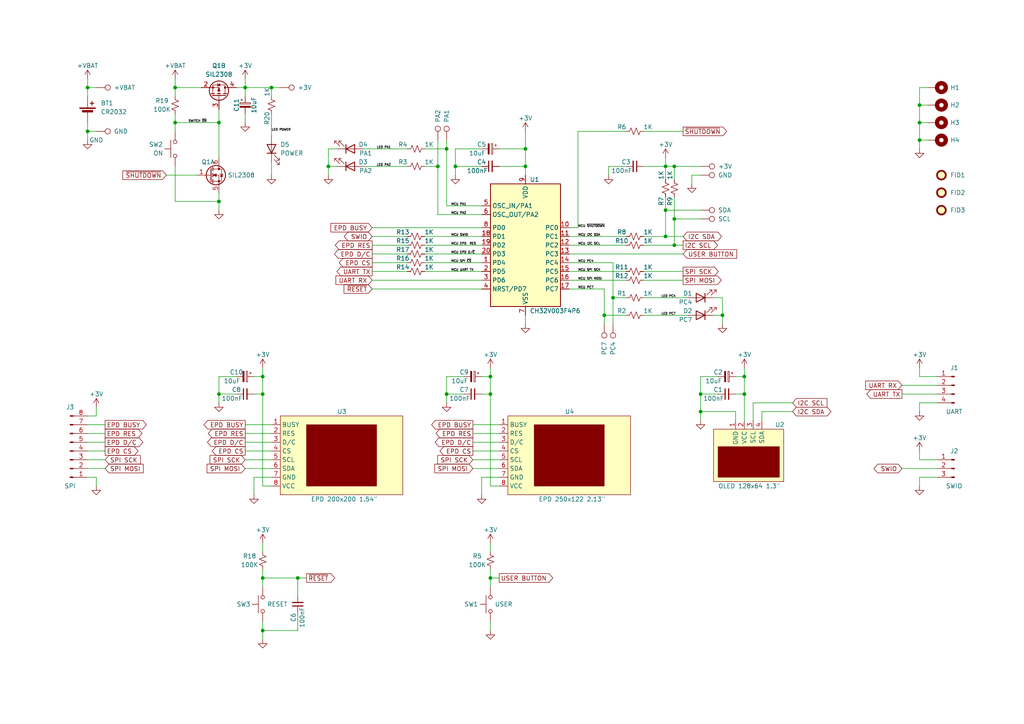
<source format=kicad_sch>
(kicad_sch (version 20231120) (generator "eeschema") (generator_version "8.0")
  (paper "A4")
  (title_block (title "Franzininho Badge 2024") (date "2024-06-01") (rev "00") (company "Eng. André A. M. Araújo"))
  (lib_symbols
    (symbol "Connector:Conn_01x03_Pin" (pin_names (offset 1.016) hide)
      (property "Reference" "J" (at 0 5.08 0))
      (property "Value" "Conn_01x03_Pin" (at 0 -5.08 0))
      (symbol "Conn_01x03_Pin_1_1"
        (pin passive line (at 5.08 2.54 180) (length 3.81) (name "Pin_1") (number "1"))
        (pin passive line (at 5.08 0 180) (length 3.81) (name "Pin_2") (number "2"))
        (pin passive line (at 5.08 -2.54 180) (length 3.81) (name "Pin_3") (number "3"))
      )
    )
    (symbol "Connector:Conn_01x04_Pin" (pin_names (offset 1.016) hide)
      (property "Reference" "J" (at 0 5.08 0))
      (property "Value" "Conn_01x04_Pin" (at 0 -7.62 0))
      (symbol "Conn_01x04_Pin_1_1"
        (pin passive line (at 5.08 2.54 180) (length 3.81) (name "Pin_1") (number "1"))
        (pin passive line (at 5.08 0 180) (length 3.81) (name "Pin_2") (number "2"))
        (pin passive line (at 5.08 -2.54 180) (length 3.81) (name "Pin_3") (number "3"))
        (pin passive line (at 5.08 -5.08 180) (length 3.81) (name "Pin_4") (number "4"))
      )
    )
    (symbol "Connector:Conn_01x08_Pin" (pin_names (offset 1.016) hide)
      (property "Reference" "J" (at 0 10.16 0))
      (property "Value" "Conn_01x08_Pin" (at 0 -12.7 0))
      (symbol "Conn_01x08_Pin_1_1"
        (pin passive line (at 5.08 7.62 180) (length 3.81) (name "Pin_1") (number "1"))
        (pin passive line (at 5.08 5.08 180) (length 3.81) (name "Pin_2") (number "2"))
        (pin passive line (at 5.08 2.54 180) (length 3.81) (name "Pin_3") (number "3"))
        (pin passive line (at 5.08 0 180) (length 3.81) (name "Pin_4") (number "4"))
        (pin passive line (at 5.08 -2.54 180) (length 3.81) (name "Pin_5") (number "5"))
        (pin passive line (at 5.08 -5.08 180) (length 3.81) (name "Pin_6") (number "6"))
        (pin passive line (at 5.08 -7.62 180) (length 3.81) (name "Pin_7") (number "7"))
        (pin passive line (at 5.08 -10.16 180) (length 3.81) (name "Pin_8") (number "8"))
      )
    )
    (symbol "Connector:TestPoint" (pin_numbers hide) (pin_names (offset 0.762) hide)
      (property "Reference" "TP" (at 0 6.858 0))
      (property "Value" "TestPoint" (at 0 5.08 0))
      (symbol "TestPoint_1_1"
        (pin passive line (at 0 0 90) (length 2.54) (name "1") (number "1"))
      )
    )
    (symbol "Device:Battery_Cell" (pin_numbers hide) (pin_names (offset 0) hide)
      (property "Reference" "BT" (at 2.54 2.54 0))
      (property "Value" "Battery_Cell" (at 2.54 0 0))
      (symbol "Battery_Cell_1_1"
        (pin passive line (at 0 5.08 270) (length 2.54) (name "+") (number "1"))
        (pin passive line (at 0 -2.54 90) (length 2.54) (name "-") (number "2"))
      )
    )
    (symbol "Device:C_Polarized_Small" (pin_numbers hide) (pin_names (offset 0.254) hide)
      (property "Reference" "C" (at 0.254 1.778 0))
      (property "Value" "C_Polarized_Small" (at 0.254 -2.032 0))
      (symbol "C_Polarized_Small_1_1"
        (pin passive line (at 0 2.54 270) (length 1.8542) (name "~") (number "1"))
        (pin passive line (at 0 -2.54 90) (length 1.8542) (name "~") (number "2"))
      )
    )
    (symbol "Device:C_Small" (pin_numbers hide) (pin_names (offset 0.254) hide)
      (property "Reference" "C" (at 0.254 1.778 0))
      (property "Value" "C_Small" (at 0.254 -2.032 0))
      (symbol "C_Small_1_1"
        (pin passive line (at 0 2.54 270) (length 2.032) (name "~") (number "1"))
        (pin passive line (at 0 -2.54 90) (length 2.032) (name "~") (number "2"))
      )
    )
    (symbol "Device:LED" (pin_numbers hide) (pin_names (offset 1.016) hide)
      (property "Reference" "D" (at 0 2.54 0))
      (property "Value" "LED" (at 0 -2.54 0))
      (symbol "LED_1_1"
        (pin passive line (at -3.81 0 0) (length 2.54) (name "K") (number "1"))
        (pin passive line (at 3.81 0 180) (length 2.54) (name "A") (number "2"))
      )
    )
    (symbol "Device:R_Small_US" (pin_numbers hide) (pin_names (offset 0.254) hide)
      (property "Reference" "R" (at 0.762 0.508 0))
      (property "Value" "R_Small_US" (at 0.762 -1.016 0))
      (symbol "R_Small_US_1_1"
        (pin passive line (at 0 2.54 270) (length 1.016) (name "~") (number "1"))
        (pin passive line (at 0 -2.54 90) (length 1.016) (name "~") (number "2"))
      )
    )
    (symbol "Franzininho-Badge:EPAPER_1.54in_200x200"
      (property "Reference" "U" (at 0 14.732 0))
      (symbol "EPAPER_1.54in_200x200_1_1"
        (pin output line (at -20.32 8.89 0) (length 2.54) (name "BUSY") (number "1"))
        (pin input line (at -20.32 6.35 0) (length 2.54) (name "RES") (number "2"))
        (pin input line (at -20.32 3.81 0) (length 2.54) (name "D/C") (number "3"))
        (pin input line (at -20.32 1.27 0) (length 2.54) (name "CS") (number "4"))
        (pin input line (at -20.32 -1.27 0) (length 2.54) (name "SCL") (number "5"))
        (pin input line (at -20.32 -3.81 0) (length 2.54) (name "SDA") (number "6"))
        (pin power_out line (at -20.32 -6.35 0) (length 2.54) (name "GND") (number "7"))
        (pin power_in line (at -20.32 -8.89 0) (length 2.54) (name "VCC") (number "8"))
      )
    )
    (symbol "Franzininho-Badge:EPAPER_2.13in_250x122"
      (property "Reference" "U" (at 0 14.732 0))
      (symbol "EPAPER_2.13in_250x122_1_1"
        (pin output line (at -20.32 8.89 0) (length 2.54) (name "BUSY") (number "1"))
        (pin input line (at -20.32 6.35 0) (length 2.54) (name "RES") (number "2"))
        (pin input line (at -20.32 3.81 0) (length 2.54) (name "D/C") (number "3"))
        (pin input line (at -20.32 1.27 0) (length 2.54) (name "CS") (number "4"))
        (pin input line (at -20.32 -1.27 0) (length 2.54) (name "SCL") (number "5"))
        (pin input line (at -20.32 -3.81 0) (length 2.54) (name "SDA") (number "6"))
        (pin power_out line (at -20.32 -6.35 0) (length 2.54) (name "GND") (number "7"))
        (pin power_in line (at -20.32 -8.89 0) (length 2.54) (name "VCC") (number "8"))
      )
    )
    (symbol "Franzininho-Badge:OLED_128x64_1.3{dblquote}"
      (property "Reference" "U" (at -9.652 9.398 0))
      (property "Value" "OLED 128x64 1.3\"" (at -0.254 -9.652 0))
      (symbol "OLED_128x64_1.3{dblquote}_1_1"
        (pin power_out line (at -3.81 10.16 270) (length 2.54) (name "GND") (number "1"))
        (pin power_in line (at -1.27 10.16 270) (length 2.54) (name "VCC") (number "2"))
        (pin input line (at 1.27 10.16 270) (length 2.54) (name "SCL") (number "3"))
        (pin bidirectional line (at 3.81 10.16 270) (length 2.54) (name "SDA") (number "4"))
      )
    )
    (symbol "Franzininho-Badge:SIL2308" (pin_names hide)
      (property "Reference" "Q" (at -3.556 4.826 0))
      (property "Value" "SIL2308" (at 3.048 0 90))
      (symbol "SIL2308_1_1"
        (pin input line (at -6.35 0 0) (length 2.54) (name "G1") (number "1"))
        (pin passive line (at 0 -5.08 90) (length 2.54) (name "S1") (number "5"))
        (pin passive line (at 0 5.08 270) (length 2.54) (name "D1") (number "6"))
      )
      (symbol "SIL2308_2_1"
        (pin passive line (at 0 -5.08 90) (length 2.54) (name "S2") (number "2"))
        (pin input line (at -6.35 0 0) (length 2.54) (name "G2") (number "3"))
        (pin passive line (at 0 5.08 270) (length 2.54) (name "D2") (number "4"))
      )
    )
    (symbol "Mechanical:Fiducial"
      (property "Reference" "FID" (at 0 5.08 0))
      (property "Value" "Fiducial" (at 0 3.175 0))
    )
    (symbol "Mechanical:MountingHole_Pad" (pin_numbers hide) (pin_names (offset 1.016) hide)
      (property "Reference" "H" (at 0 6.35 0))
      (property "Value" "MountingHole_Pad" (at 0 4.445 0))
      (symbol "MountingHole_Pad_1_1"
        (pin input line (at 0 -2.54 90) (length 2.54) (name "1") (number "1"))
      )
    )
    (symbol "SIL2308_1" (pin_names hide)
      (property "Reference" "Q" (at -3.556 4.826 0))
      (property "Value" "SIL2308" (at 3.048 0 90))
      (symbol "SIL2308_1_1_1"
        (pin input line (at -6.35 0 0) (length 2.54) (name "G1") (number "1"))
        (pin passive line (at 0 -5.08 90) (length 2.54) (name "S1") (number "5"))
        (pin passive line (at 0 5.08 270) (length 2.54) (name "D1") (number "6"))
      )
      (symbol "SIL2308_1_2_1"
        (pin passive line (at 0 -5.08 90) (length 2.54) (name "S2") (number "2"))
        (pin input line (at -6.35 0 0) (length 2.54) (name "G2") (number "3"))
        (pin passive line (at 0 5.08 270) (length 2.54) (name "D2") (number "4"))
      )
    )
    (symbol "Switch:SW_Push" (pin_numbers hide) (pin_names (offset 1.016) hide)
      (property "Reference" "SW" (at 1.27 2.54 0))
      (property "Value" "SW_Push" (at 0 -1.524 0))
      (symbol "SW_Push_0_1"
        (pin passive line (at -5.08 0 0) (length 2.54) (name "1") (number "1"))
        (pin passive line (at 5.08 0 180) (length 2.54) (name "2") (number "2"))
      )
    )
    (symbol "power:+3V3" (power) (pin_names (offset 0))
      (property "Value" "+3V3" (at 0 3.556 0))
      (symbol "+3V3_1_1"
        (pin power_in line (at 0 0 90) (length 0) hide (name "+3V3") (number "1"))
      )
    )
    (symbol "power:GND" (power) (pin_names (offset 0))
      (property "Value" "GND" (at 0 -3.81 0))
      (symbol "GND_1_1"
        (pin power_in line (at 0 0 270) (length 0) hide (name "GND") (number "1"))
      )
    )
    (symbol "wch_mcu:CH32V003F4P6"
      (property "Reference" "U" (at 15.24 -24.13 0))
      (property "Value" "CH32V003F4P6" (at 16.51 -21.59 0))
      (symbol "CH32V003F4P6_1_1"
        (pin bidirectional line (at -12.7 -5.08 0) (length 2.54) (name "PD4") (number "1"))
        (pin bidirectional line (at 12.7 5.08 180) (length 2.54) (name "PC0") (number "10"))
        (pin bidirectional line (at 12.7 2.54 180) (length 2.54) (name "PC1") (number "11"))
        (pin bidirectional line (at 12.7 0 180) (length 2.54) (name "PC2") (number "12"))
        (pin bidirectional line (at 12.7 -2.54 180) (length 2.54) (name "PC3") (number "13"))
        (pin bidirectional line (at 12.7 -5.08 180) (length 2.54) (name "PC4") (number "14"))
        (pin bidirectional line (at 12.7 -7.62 180) (length 2.54) (name "PC5") (number "15"))
        (pin bidirectional line (at 12.7 -10.16 180) (length 2.54) (name "PC6") (number "16"))
        (pin bidirectional line (at 12.7 -12.7 180) (length 2.54) (name "PC7") (number "17"))
        (pin bidirectional line (at -12.7 2.54 0) (length 2.54) (name "PD1") (number "18"))
        (pin bidirectional line (at -12.7 0 0) (length 2.54) (name "PD2") (number "19"))
        (pin bidirectional line (at -12.7 -7.62 0) (length 2.54) (name "PD5") (number "2"))
        (pin bidirectional line (at -12.7 -2.54 0) (length 2.54) (name "PD3") (number "20"))
        (pin bidirectional line (at -12.7 -10.16 0) (length 2.54) (name "PD6") (number "3"))
        (pin input line (at -12.7 -12.7 0) (length 2.54) (name "NRST/PD7") (number "4"))
        (pin input line (at -12.7 11.43 0) (length 2.54) (name "OSC_IN/PA1") (number "5"))
        (pin input line (at -12.7 8.89 0) (length 2.54) (name "OSC_OUT/PA2") (number "6"))
        (pin power_in line (at 0 -20.32 90) (length 2.54) (name "VSS") (number "7"))
        (pin bidirectional line (at -12.7 5.08 0) (length 2.54) (name "PD0") (number "8"))
        (pin power_in line (at 0 20.32 270) (length 2.54) (name "VDD") (number "9"))
      )
    )
  )
  (junction (at 142.24 109.22))
  (junction (at 266.7 40.64))
  (junction (at 76.2 109.22))
  (junction (at 193.04 48.26))
  (junction (at 50.8 25.4))
  (junction (at 76.2 167.64))
  (junction (at 195.58 71.12))
  (junction (at 50.8 35.56))
  (junction (at 215.9 114.3))
  (junction (at 63.5 35.56))
  (junction (at 76.2 114.3))
  (junction (at 195.58 63.5))
  (junction (at 266.7 30.48))
  (junction (at 86.36 167.64))
  (junction (at 132.08 48.26))
  (junction (at 76.2 182.88))
  (junction (at 215.9 109.22))
  (junction (at 152.4 43.18))
  (junction (at 193.04 68.58))
  (junction (at 142.24 167.64))
  (junction (at 129.54 43.18))
  (junction (at 175.26 91.44))
  (junction (at 177.8 86.36))
  (junction (at 95.25 48.26))
  (junction (at 195.58 48.26))
  (junction (at 71.12 25.4))
  (junction (at 129.54 114.3))
  (junction (at 78.74 25.4))
  (junction (at 25.4 38.1))
  (junction (at 266.7 35.56))
  (junction (at 209.55 91.44))
  (junction (at 63.5 58.42))
  (junction (at 142.24 114.3))
  (junction (at 25.4 25.4))
  (junction (at 127 48.26))
  (junction (at 63.5 114.3))
  (junction (at 152.4 48.26))
  (junction (at 203.2 119.38))
  (junction (at 203.2 114.3))
  (junction (at 193.04 60.96))
  (wire (pts (xy 50.8 33.02) (xy 50.8 35.56)))
  (wire (pts (xy 50.8 58.42) (xy 63.5 58.42)))
  (wire (pts (xy 215.9 106.68) (xy 215.9 109.22)))
  (wire (pts (xy 203.2 109.22) (xy 203.2 114.3)))
  (wire (pts (xy 123.19 78.74) (xy 139.7 78.74)))
  (wire (pts (xy 220.98 119.38) (xy 220.98 121.92)))
  (wire (pts (xy 107.95 73.66) (xy 118.11 73.66)))
  (wire (pts (xy 271.78 116.84) (xy 266.7 116.84)))
  (wire (pts (xy 142.24 167.64) (xy 142.24 170.18)))
  (wire (pts (xy 271.78 109.22) (xy 266.7 109.22)))
  (wire (pts (xy 193.04 48.26) (xy 195.58 48.26)))
  (wire (pts (xy 203.2 119.38) (xy 203.2 121.92)))
  (wire (pts (xy 71.12 125.73) (xy 78.74 125.73)))
  (wire (pts (xy 195.58 57.15) (xy 195.58 63.5)))
  (wire (pts (xy 78.74 25.4) (xy 81.28 25.4)))
  (wire (pts (xy 123.19 43.18) (xy 129.54 43.18)))
  (wire (pts (xy 215.9 114.3) (xy 215.9 121.92)))
  (wire (pts (xy 209.55 91.44) (xy 209.55 93.98)))
  (wire (pts (xy 142.24 157.48) (xy 142.24 160.02)))
  (wire (pts (xy 123.19 71.12) (xy 139.7 71.12)))
  (wire (pts (xy 25.4 22.86) (xy 25.4 25.4)))
  (wire (pts (xy 142.24 180.34) (xy 142.24 182.88)))
  (wire (pts (xy 78.74 25.4) (xy 78.74 27.94)))
  (wire (pts (xy 63.5 58.42) (xy 63.5 60.96)))
  (wire (pts (xy 266.7 43.18) (xy 266.7 40.64)))
  (wire (pts (xy 71.12 123.19) (xy 78.74 123.19)))
  (wire (pts (xy 27.94 25.4) (xy 25.4 25.4)))
  (wire (pts (xy 207.01 86.36) (xy 209.55 86.36)))
  (wire (pts (xy 203.2 114.3) (xy 203.2 119.38)))
  (wire (pts (xy 123.19 76.2) (xy 139.7 76.2)))
  (wire (pts (xy 186.69 48.26) (xy 193.04 48.26)))
  (wire (pts (xy 127 48.26) (xy 127 62.23)))
  (wire (pts (xy 213.36 121.92) (xy 213.36 119.38)))
  (wire (pts (xy 266.7 106.68) (xy 266.7 109.22)))
  (wire (pts (xy 266.7 116.84) (xy 266.7 119.38)))
  (wire (pts (xy 139.7 143.51) (xy 139.7 138.43)))
  (wire (pts (xy 78.74 46.99) (xy 78.74 50.8)))
  (wire (pts (xy 50.8 48.26) (xy 50.8 58.42)))
  (wire (pts (xy 71.12 25.4) (xy 71.12 27.94)))
  (wire (pts (xy 129.54 43.18) (xy 129.54 59.69)))
  (wire (pts (xy 165.1 81.28) (xy 181.61 81.28)))
  (wire (pts (xy 123.19 48.26) (xy 127 48.26)))
  (wire (pts (xy 63.5 31.75) (xy 63.5 35.56)))
  (wire (pts (xy 177.8 86.36) (xy 177.8 76.2)))
  (wire (pts (xy 71.12 22.86) (xy 71.12 25.4)))
  (wire (pts (xy 63.5 109.22) (xy 68.58 109.22)))
  (wire (pts (xy 107.95 83.82) (xy 139.7 83.82)))
  (wire (pts (xy 195.58 63.5) (xy 203.2 63.5)))
  (wire (pts (xy 30.48 135.89) (xy 25.4 135.89)))
  (wire (pts (xy 76.2 180.34) (xy 76.2 182.88)))
  (wire (pts (xy 27.94 38.1) (xy 25.4 38.1)))
  (wire (pts (xy 271.78 135.89) (xy 261.62 135.89)))
  (wire (pts (xy 30.48 130.81) (xy 25.4 130.81)))
  (wire (pts (xy 229.87 116.84) (xy 218.44 116.84)))
  (wire (pts (xy 165.1 78.74) (xy 181.61 78.74)))
  (wire (pts (xy 193.04 57.15) (xy 193.04 60.96)))
  (wire (pts (xy 63.5 114.3) (xy 68.58 114.3)))
  (wire (pts (xy 207.01 91.44) (xy 209.55 91.44)))
  (wire (pts (xy 137.16 130.81) (xy 144.78 130.81)))
  (wire (pts (xy 76.2 167.64) (xy 76.2 170.18)))
  (wire (pts (xy 175.26 91.44) (xy 175.26 93.98)))
  (wire (pts (xy 266.7 30.48) (xy 269.24 30.48)))
  (wire (pts (xy 186.69 91.44) (xy 199.39 91.44)))
  (wire (pts (xy 186.69 81.28) (xy 198.12 81.28)))
  (wire (pts (xy 137.16 125.73) (xy 144.78 125.73)))
  (wire (pts (xy 139.7 43.18) (xy 132.08 43.18)))
  (wire (pts (xy 165.1 68.58) (xy 181.61 68.58)))
  (wire (pts (xy 76.2 106.68) (xy 76.2 109.22)))
  (wire (pts (xy 266.7 30.48) (xy 266.7 25.4)))
  (wire (pts (xy 175.26 91.44) (xy 175.26 83.82)))
  (wire (pts (xy 142.24 140.97) (xy 144.78 140.97)))
  (wire (pts (xy 123.19 73.66) (xy 139.7 73.66)))
  (wire (pts (xy 25.4 138.43) (xy 27.94 138.43)))
  (wire (pts (xy 266.7 138.43) (xy 271.78 138.43)))
  (wire (pts (xy 30.48 125.73) (xy 25.4 125.73)))
  (wire (pts (xy 193.04 45.72) (xy 193.04 48.26)))
  (wire (pts (xy 266.7 25.4) (xy 269.24 25.4)))
  (wire (pts (xy 167.64 38.1) (xy 181.61 38.1)))
  (wire (pts (xy 175.26 83.82) (xy 165.1 83.82)))
  (wire (pts (xy 30.48 133.35) (xy 25.4 133.35)))
  (wire (pts (xy 76.2 182.88) (xy 86.36 182.88)))
  (wire (pts (xy 177.8 93.98) (xy 177.8 86.36)))
  (wire (pts (xy 76.2 114.3) (xy 76.2 140.97)))
  (wire (pts (xy 137.16 133.35) (xy 144.78 133.35)))
  (wire (pts (xy 142.24 109.22) (xy 142.24 114.3)))
  (wire (pts (xy 107.95 81.28) (xy 139.7 81.28)))
  (wire (pts (xy 50.8 35.56) (xy 50.8 38.1)))
  (wire (pts (xy 195.58 71.12) (xy 198.12 71.12)))
  (wire (pts (xy 50.8 22.86) (xy 50.8 25.4)))
  (wire (pts (xy 129.54 109.22) (xy 129.54 114.3)))
  (wire (pts (xy 142.24 167.64) (xy 144.78 167.64)))
  (wire (pts (xy 209.55 86.36) (xy 209.55 91.44)))
  (wire (pts (xy 25.4 25.4) (xy 25.4 27.94)))
  (wire (pts (xy 123.19 68.58) (xy 139.7 68.58)))
  (wire (pts (xy 266.7 35.56) (xy 269.24 35.56)))
  (wire (pts (xy 200.66 53.34) (xy 200.66 50.8)))
  (wire (pts (xy 165.1 71.12) (xy 181.61 71.12)))
  (wire (pts (xy 73.66 114.3) (xy 76.2 114.3)))
  (wire (pts (xy 76.2 157.48) (xy 76.2 160.02)))
  (wire (pts (xy 137.16 128.27) (xy 144.78 128.27)))
  (wire (pts (xy 25.4 35.56) (xy 25.4 38.1)))
  (wire (pts (xy 97.79 43.18) (xy 95.25 43.18)))
  (wire (pts (xy 152.4 48.26) (xy 152.4 50.8)))
  (wire (pts (xy 132.08 43.18) (xy 132.08 48.26)))
  (wire (pts (xy 193.04 68.58) (xy 198.12 68.58)))
  (wire (pts (xy 76.2 167.64) (xy 86.36 167.64)))
  (wire (pts (xy 71.12 133.35) (xy 78.74 133.35)))
  (wire (pts (xy 95.25 48.26) (xy 95.25 50.8)))
  (wire (pts (xy 71.12 33.02) (xy 71.12 35.56)))
  (wire (pts (xy 73.66 109.22) (xy 76.2 109.22)))
  (wire (pts (xy 132.08 48.26) (xy 132.08 50.8)))
  (wire (pts (xy 129.54 114.3) (xy 134.62 114.3)))
  (wire (pts (xy 139.7 114.3) (xy 142.24 114.3)))
  (wire (pts (xy 229.87 119.38) (xy 220.98 119.38)))
  (wire (pts (xy 165.1 73.66) (xy 198.12 73.66)))
  (wire (pts (xy 107.95 66.04) (xy 139.7 66.04)))
  (wire (pts (xy 129.54 59.69) (xy 139.7 59.69)))
  (wire (pts (xy 203.2 114.3) (xy 208.28 114.3)))
  (wire (pts (xy 177.8 86.36) (xy 181.61 86.36)))
  (wire (pts (xy 48.26 50.8) (xy 57.15 50.8)))
  (wire (pts (xy 107.95 68.58) (xy 118.11 68.58)))
  (wire (pts (xy 176.53 48.26) (xy 176.53 50.8)))
  (wire (pts (xy 142.24 165.1) (xy 142.24 167.64)))
  (wire (pts (xy 139.7 109.22) (xy 142.24 109.22)))
  (wire (pts (xy 186.69 38.1) (xy 198.12 38.1)))
  (wire (pts (xy 129.54 109.22) (xy 134.62 109.22)))
  (wire (pts (xy 71.12 135.89) (xy 78.74 135.89)))
  (wire (pts (xy 50.8 27.94) (xy 50.8 25.4)))
  (wire (pts (xy 95.25 43.18) (xy 95.25 48.26)))
  (wire (pts (xy 137.16 135.89) (xy 144.78 135.89)))
  (wire (pts (xy 193.04 60.96) (xy 203.2 60.96)))
  (wire (pts (xy 105.41 48.26) (xy 118.11 48.26)))
  (wire (pts (xy 73.66 143.51) (xy 73.66 138.43)))
  (wire (pts (xy 177.8 76.2) (xy 165.1 76.2)))
  (wire (pts (xy 208.28 109.22) (xy 203.2 109.22)))
  (wire (pts (xy 86.36 177.8) (xy 86.36 182.88)))
  (wire (pts (xy 30.48 128.27) (xy 25.4 128.27)))
  (wire (pts (xy 50.8 35.56) (xy 63.5 35.56)))
  (wire (pts (xy 165.1 66.04) (xy 167.64 66.04)))
  (wire (pts (xy 63.5 116.84) (xy 63.5 114.3)))
  (wire (pts (xy 86.36 167.64) (xy 88.9 167.64)))
  (wire (pts (xy 27.94 120.65) (xy 27.94 118.11)))
  (wire (pts (xy 266.7 35.56) (xy 266.7 30.48)))
  (wire (pts (xy 142.24 106.68) (xy 142.24 109.22)))
  (wire (pts (xy 213.36 114.3) (xy 215.9 114.3)))
  (wire (pts (xy 175.26 91.44) (xy 181.61 91.44)))
  (wire (pts (xy 71.12 128.27) (xy 78.74 128.27)))
  (wire (pts (xy 107.95 76.2) (xy 118.11 76.2)))
  (wire (pts (xy 132.08 48.26) (xy 139.7 48.26)))
  (wire (pts (xy 78.74 33.02) (xy 78.74 39.37)))
  (wire (pts (xy 152.4 91.44) (xy 152.4 93.98)))
  (wire (pts (xy 76.2 185.42) (xy 76.2 182.88)))
  (wire (pts (xy 86.36 167.64) (xy 86.36 172.72)))
  (wire (pts (xy 266.7 40.64) (xy 266.7 35.56)))
  (wire (pts (xy 105.41 43.18) (xy 118.11 43.18)))
  (wire (pts (xy 152.4 43.18) (xy 152.4 48.26)))
  (wire (pts (xy 129.54 116.84) (xy 129.54 114.3)))
  (wire (pts (xy 193.04 48.26) (xy 193.04 52.07)))
  (wire (pts (xy 186.69 68.58) (xy 193.04 68.58)))
  (wire (pts (xy 200.66 50.8) (xy 203.2 50.8)))
  (wire (pts (xy 76.2 165.1) (xy 76.2 167.64)))
  (wire (pts (xy 76.2 140.97) (xy 78.74 140.97)))
  (wire (pts (xy 266.7 133.35) (xy 271.78 133.35)))
  (wire (pts (xy 107.95 78.74) (xy 118.11 78.74)))
  (wire (pts (xy 50.8 25.4) (xy 58.42 25.4)))
  (wire (pts (xy 71.12 130.81) (xy 78.74 130.81)))
  (wire (pts (xy 152.4 38.1) (xy 152.4 43.18)))
  (wire (pts (xy 63.5 35.56) (xy 63.5 45.72)))
  (wire (pts (xy 73.66 138.43) (xy 78.74 138.43)))
  (wire (pts (xy 71.12 25.4) (xy 68.58 25.4)))
  (wire (pts (xy 186.69 86.36) (xy 199.39 86.36)))
  (wire (pts (xy 63.5 114.3) (xy 63.5 109.22)))
  (wire (pts (xy 213.36 119.38) (xy 203.2 119.38)))
  (wire (pts (xy 195.58 63.5) (xy 195.58 71.12)))
  (wire (pts (xy 186.69 71.12) (xy 195.58 71.12)))
  (wire (pts (xy 95.25 48.26) (xy 97.79 48.26)))
  (wire (pts (xy 30.48 123.19) (xy 25.4 123.19)))
  (wire (pts (xy 144.78 48.26) (xy 152.4 48.26)))
  (wire (pts (xy 195.58 52.07) (xy 195.58 48.26)))
  (wire (pts (xy 129.54 40.64) (xy 129.54 43.18)))
  (wire (pts (xy 266.7 40.64) (xy 269.24 40.64)))
  (wire (pts (xy 139.7 138.43) (xy 144.78 138.43)))
  (wire (pts (xy 142.24 114.3) (xy 142.24 140.97)))
  (wire (pts (xy 27.94 138.43) (xy 27.94 140.97)))
  (wire (pts (xy 266.7 130.81) (xy 266.7 133.35)))
  (wire (pts (xy 107.95 71.12) (xy 118.11 71.12)))
  (wire (pts (xy 144.78 43.18) (xy 152.4 43.18)))
  (wire (pts (xy 213.36 109.22) (xy 215.9 109.22)))
  (wire (pts (xy 266.7 140.97) (xy 266.7 138.43)))
  (wire (pts (xy 76.2 109.22) (xy 76.2 114.3)))
  (wire (pts (xy 127 62.23) (xy 139.7 62.23)))
  (wire (pts (xy 186.69 78.74) (xy 198.12 78.74)))
  (wire (pts (xy 25.4 120.65) (xy 27.94 120.65)))
  (wire (pts (xy 193.04 60.96) (xy 193.04 68.58)))
  (wire (pts (xy 218.44 116.84) (xy 218.44 121.92)))
  (wire (pts (xy 215.9 109.22) (xy 215.9 114.3)))
  (wire (pts (xy 195.58 48.26) (xy 203.2 48.26)))
  (wire (pts (xy 127 40.64) (xy 127 48.26)))
  (wire (pts (xy 271.78 111.76) (xy 261.62 111.76)))
  (wire (pts (xy 271.78 114.3) (xy 261.62 114.3)))
  (wire (pts (xy 63.5 55.88) (xy 63.5 58.42)))
  (wire (pts (xy 137.16 123.19) (xy 144.78 123.19)))
  (wire (pts (xy 176.53 48.26) (xy 181.61 48.26)))
  (wire (pts (xy 25.4 38.1) (xy 25.4 40.64)))
  (wire (pts (xy 71.12 25.4) (xy 78.74 25.4)))
  (wire (pts (xy 167.64 38.1) (xy 167.64 66.04)))
  (label "MCU SPI SCK" (at 167.64 78.74 0) (effects (font (size 0.635 0.635))))
  (label "MCU PA1" (at 130.81 59.69 0) (effects (font (size 0.635 0.635))))
  (label "MCU I2C SCL" (at 167.64 71.12 0) (effects (font (size 0.635 0.635))))
  (label "MCU PC7" (at 167.64 83.82 0) (effects (font (size 0.635 0.635))))
  (label "MCU SPI MOSI" (at 167.64 81.28 0) (effects (font (size 0.635 0.635))))
  (label "LED PA1" (at 109.22 43.18 0) (effects (font (size 0.635 0.635))))
  (label "MCU ~{SHUTDOWN}" (at 167.64 66.04 0) (effects (font (size 0.635 0.635))))
  (label "MCU I2C SDA" (at 167.64 68.58 0) (effects (font (size 0.635 0.635))))
  (label "MCU UART TX" (at 130.81 78.74 0) (effects (font (size 0.635 0.635))))
  (label "LED PA2" (at 109.22 48.26 0) (effects (font (size 0.635 0.635))))
  (label "MCU EPD D{slash}~{C}" (at 130.81 73.66 0) (effects (font (size 0.635 0.635))))
  (label "LED POWER" (at 78.74 38.1 0) (effects (font (size 0.635 0.635))))
  (label "LED PC7" (at 191.77 91.44 0) (effects (font (size 0.635 0.635))))
  (label "MCU PC4" (at 167.64 76.2 0) (effects (font (size 0.635 0.635))))
  (label "MCU EPD  RES" (at 130.81 71.12 0) (effects (font (size 0.635 0.635))))
  (label "MCU PA2" (at 130.81 62.23 0) (effects (font (size 0.635 0.635))))
  (label "MCU SPI ~{CS}" (at 130.81 76.2 0) (effects (font (size 0.635 0.635))))
  (label "MCU SWIO" (at 130.81 68.58 0) (effects (font (size 0.635 0.635))))
  (label "LED PC4" (at 191.77 86.36 0) (effects (font (size 0.635 0.635))))
  (label "SWITCH ~{ON}" (at 54.61 35.56 0) (effects (font (size 0.635 0.635))))
  (global_label "UART TX" (shape output) (at 261.62 114.3 180) (property "Intersheetrefs" "${INTERSHEET_REFS}" (effects (hide yes))))
  (global_label "~{SHUTDOWN}" (shape input) (at 48.26 50.8 180) (property "Intersheetrefs" "${INTERSHEET_REFS}" (effects (hide yes))))
  (global_label "SPI SCK" (shape output) (at 198.12 78.74 0) (property "Intersheetrefs" "${INTERSHEET_REFS}" (effects (hide yes))))
  (global_label "EPD D{slash}C" (shape output) (at 30.48 128.27 0) (property "Intersheetrefs" "${INTERSHEET_REFS}" (effects (hide yes))))
  (global_label "EPD RES" (shape output) (at 71.12 125.73 180) (property "Intersheetrefs" "${INTERSHEET_REFS}" (effects (hide yes))))
  (global_label "I2C SDA" (shape bidirectional) (at 229.87 119.38 0) (property "Intersheetrefs" "${INTERSHEET_REFS}" (effects (hide yes))))
  (global_label "~{RESET}" (shape output) (at 88.9 167.64 0) (property "Intersheetrefs" "${INTERSHEET_REFS}" (effects (hide yes))))
  (global_label "EPD CS" (shape output) (at 107.95 76.2 180) (property "Intersheetrefs" "${INTERSHEET_REFS}" (effects (hide yes))))
  (global_label "EPD D{slash}C" (shape output) (at 137.16 128.27 180) (property "Intersheetrefs" "${INTERSHEET_REFS}" (effects (hide yes))))
  (global_label "SPI MOSI" (shape input) (at 137.16 135.89 180) (property "Intersheetrefs" "${INTERSHEET_REFS}" (effects (hide yes))))
  (global_label "EPD CS" (shape output) (at 30.48 130.81 0) (property "Intersheetrefs" "${INTERSHEET_REFS}" (effects (hide yes))))
  (global_label "I2C SDA" (shape bidirectional) (at 198.12 68.58 0) (property "Intersheetrefs" "${INTERSHEET_REFS}" (effects (hide yes))))
  (global_label "EPD BUSY" (shape output) (at 137.16 123.19 180) (property "Intersheetrefs" "${INTERSHEET_REFS}" (effects (hide yes))))
  (global_label "SPI SCK" (shape input) (at 137.16 133.35 180) (property "Intersheetrefs" "${INTERSHEET_REFS}" (effects (hide yes))))
  (global_label "USER BUTTON" (shape input) (at 198.12 73.66 0) (property "Intersheetrefs" "${INTERSHEET_REFS}" (effects (hide yes))))
  (global_label "EPD RES" (shape output) (at 107.95 71.12 180) (property "Intersheetrefs" "${INTERSHEET_REFS}" (effects (hide yes))))
  (global_label "EPD RES" (shape output) (at 30.48 125.73 0) (property "Intersheetrefs" "${INTERSHEET_REFS}" (effects (hide yes))))
  (global_label "UART TX" (shape output) (at 107.95 78.74 180) (property "Intersheetrefs" "${INTERSHEET_REFS}" (effects (hide yes))))
  (global_label "~{SHUTDOWN}" (shape output) (at 198.12 38.1 0) (property "Intersheetrefs" "${INTERSHEET_REFS}" (effects (hide yes))))
  (global_label "~{RESET}" (shape input) (at 107.95 83.82 180) (property "Intersheetrefs" "${INTERSHEET_REFS}" (effects (hide yes))))
  (global_label "EPD CS" (shape output) (at 137.16 130.81 180) (property "Intersheetrefs" "${INTERSHEET_REFS}" (effects (hide yes))))
  (global_label "EPD CS" (shape output) (at 71.12 130.81 180) (property "Intersheetrefs" "${INTERSHEET_REFS}" (effects (hide yes))))
  (global_label "SPI MOSI" (shape input) (at 30.48 135.89 0) (property "Intersheetrefs" "${INTERSHEET_REFS}" (effects (hide yes))))
  (global_label "EPD RES" (shape output) (at 137.16 125.73 180) (property "Intersheetrefs" "${INTERSHEET_REFS}" (effects (hide yes))))
  (global_label "EPD BUSY" (shape output) (at 30.48 123.19 0) (property "Intersheetrefs" "${INTERSHEET_REFS}" (effects (hide yes))))
  (global_label "SPI MOSI" (shape output) (at 198.12 81.28 0) (property "Intersheetrefs" "${INTERSHEET_REFS}" (effects (hide yes))))
  (global_label "EPD BUSY" (shape output) (at 71.12 123.19 180) (property "Intersheetrefs" "${INTERSHEET_REFS}" (effects (hide yes))))
  (global_label "SPI SCK" (shape input) (at 30.48 133.35 0) (property "Intersheetrefs" "${INTERSHEET_REFS}" (effects (hide yes))))
  (global_label "I2C SCL" (shape output) (at 198.12 71.12 0) (property "Intersheetrefs" "${INTERSHEET_REFS}" (effects (hide yes))))
  (global_label "SPI MOSI" (shape input) (at 71.12 135.89 180) (property "Intersheetrefs" "${INTERSHEET_REFS}" (effects (hide yes))))
  (global_label "EPD D{slash}C" (shape output) (at 107.95 73.66 180) (property "Intersheetrefs" "${INTERSHEET_REFS}" (effects (hide yes))))
  (global_label "SWIO" (shape bidirectional) (at 107.95 68.58 180) (property "Intersheetrefs" "${INTERSHEET_REFS}" (effects (hide yes))))
  (global_label "SPI SCK" (shape input) (at 71.12 133.35 180) (property "Intersheetrefs" "${INTERSHEET_REFS}" (effects (hide yes))))
  (global_label "I2C SCL" (shape input) (at 229.87 116.84 0) (property "Intersheetrefs" "${INTERSHEET_REFS}" (effects (hide yes))))
  (global_label "USER BUTTON" (shape output) (at 144.78 167.64 0) (property "Intersheetrefs" "${INTERSHEET_REFS}" (effects (hide yes))))
  (global_label "SWIO" (shape bidirectional) (at 261.62 135.89 180) (property "Intersheetrefs" "${INTERSHEET_REFS}" (effects (hide yes))))
  (global_label "UART RX" (shape input) (at 261.62 111.76 180) (property "Intersheetrefs" "${INTERSHEET_REFS}" (effects (hide yes))))
  (global_label "UART RX" (shape input) (at 107.95 81.28 180) (property "Intersheetrefs" "${INTERSHEET_REFS}" (effects (hide yes))))
  (global_label "EPD D{slash}C" (shape output) (at 71.12 128.27 180) (property "Intersheetrefs" "${INTERSHEET_REFS}" (effects (hide yes))))
  (global_label "EPD BUSY" (shape input) (at 107.95 66.04 180) (property "Intersheetrefs" "${INTERSHEET_REFS}" (effects (hide yes))))
  (symbol (lib_id "Device:R_Small_US") (at 120.65 68.58 90) (unit 1)
    (property "Reference" "R13" (at 116.84 67.31 90))
    (property "Value" "1K" (at 124.46 67.31 90))
    (property "Footprint" "Resistor_SMD:R_0603_1608Metric_Pad0.98x0.95mm_HandSolder" (effects (hide yes)))
  )
  (symbol (lib_id "power:GND") (at 266.7 119.38 0) (mirror y) (unit 1)
    (property "Reference" "#PWR033" (effects (hide yes)))
    (property "Value" "GND" (effects (hide yes)))
  )
  (symbol (lib_id "power:GND") (at 266.7 43.18 0) (unit 1)
    (property "Reference" "#PWR031" (effects (hide yes)))
    (property "Value" "GND" (effects (hide yes)))
  )
  (symbol (lib_id "Device:R_Small_US") (at 184.15 71.12 90) (unit 1)
    (property "Reference" "R10" (at 180.34 69.85 90))
    (property "Value" "1K" (at 187.96 69.85 90))
    (property "Footprint" "Resistor_SMD:R_0603_1608Metric_Pad0.98x0.95mm_HandSolder" (effects (hide yes)))
  )
  (symbol (lib_id "power:GND") (at 25.4 40.64 0) (unit 1)
    (property "Reference" "#PWR02" (effects (hide yes)))
    (property "Value" "GND" (at 27.94 40.64 0))
  )
  (symbol (lib_id "Device:LED") (at 203.2 86.36 180) (unit 1)
    (property "Reference" "D1" (at 198.12 85.09 0) (effects (justify right)))
    (property "Value" "PC4" (at 196.85 87.63 0) (effects (justify right)))
    (property "Footprint" "LED_SMD:LED_0603_1608Metric_Pad1.05x0.95mm_HandSolder" (effects (hide yes)))
    (property "Description" "Light emitting diode" (effects (hide yes)))
  )
  (symbol (lib_id "Device:R_Small_US") (at 184.15 91.44 90) (unit 1)
    (property "Reference" "R2" (at 180.34 90.17 90))
    (property "Value" "1K" (at 187.96 90.17 90))
    (property "Footprint" "Resistor_SMD:R_0603_1608Metric_Pad0.98x0.95mm_HandSolder" (effects (hide yes)))
  )
  (symbol (lib_id "Device:R_Small_US") (at 120.65 78.74 90) (unit 1)
    (property "Reference" "R14" (at 116.84 77.47 90))
    (property "Value" "1K" (at 124.46 77.47 90))
    (property "Footprint" "Resistor_SMD:R_0603_1608Metric_Pad0.98x0.95mm_HandSolder" (effects (hide yes)))
  )
  (symbol (lib_id "Device:R_Small_US") (at 195.58 54.61 180) (unit 1)
    (property "Reference" "R9" (at 194.31 58.42 90))
    (property "Value" "1K" (at 194.31 50.8 90))
    (property "Footprint" "Resistor_SMD:R_0603_1608Metric_Pad0.98x0.95mm_HandSolder" (effects (hide yes)))
  )
  (symbol (lib_id "Device:R_Small_US") (at 184.15 86.36 90) (unit 1)
    (property "Reference" "R1" (at 180.34 85.09 90))
    (property "Value" "1K" (at 187.96 85.09 90))
    (property "Footprint" "Resistor_SMD:R_0603_1608Metric_Pad0.98x0.95mm_HandSolder" (effects (hide yes)))
  )
  (symbol (lib_id "Franzininho-Badge:OLED_128x64_1.3{dblquote}") (at 217.17 132.08 0) (unit 1)
    (property "Reference" "U2" (at 224.79 123.19 0) (effects (justify left)))
    (property "Value" "OLED 128x64 1.3\"" (at 208.28 140.97 0) (effects (justify left)))
    (property "Footprint" "Franzininho-Badge:OLED 128x64 1.3in" (effects (hide yes)))
  )
  (symbol (lib_id "Device:LED") (at 78.74 43.18 90) (unit 1)
    (property "Reference" "D5" (at 81.28 41.91 90) (effects (justify right)))
    (property "Value" "POWER" (at 81.28 44.45 90) (effects (justify right)))
    (property "Footprint" "LED_SMD:LED_0603_1608Metric_Pad1.05x0.95mm_HandSolder" (effects (hide yes)))
    (property "Description" "Light emitting diode" (effects (hide yes)))
  )
  (symbol (lib_id "power:GND") (at 27.94 140.97 0) (unit 1)
    (property "Reference" "#PWR04" (effects (hide yes)))
    (property "Value" "GND" (effects (hide yes)))
  )
  (symbol (lib_id "power:+3V3") (at 27.94 118.11 0) (unit 1)
    (property "Reference" "#PWR03" (effects (hide yes)))
    (property "Value" "+3V" (at 27.94 114.3 0))
  )
  (symbol (lib_id "Franzininho-Badge:EPAPER_2.13in_250x122") (at 165.1 132.08 0) (unit 1)
    (property "Reference" "U4" (at 163.83 119.38 0) (effects (justify left)))
    (property "Value" "EPD 250x122 2.13\"" (at 156.21 144.78 0) (effects (justify left)))
    (property "Footprint" "Franzininho-Badge:EPAPER_2.13in_250x122" (effects (hide yes)))
  )
  (symbol (lib_id "Device:LED") (at 203.2 91.44 180) (unit 1)
    (property "Reference" "D2" (at 198.12 90.17 0) (effects (justify right)))
    (property "Value" "PC7" (at 196.85 92.71 0) (effects (justify right)))
    (property "Footprint" "LED_SMD:LED_0603_1608Metric_Pad1.05x0.95mm_HandSolder" (effects (hide yes)))
    (property "Description" "Light emitting diode" (effects (hide yes)))
  )
  (symbol (lib_id "Mechanical:Fiducial") (at 273.05 60.96 0) (unit 1)
    (property "Reference" "FID3" (at 275.59 60.96 0) (effects (justify left)))
    (property "Value" "Fiducial" (effects (hide yes)))
    (property "Footprint" "Fiducial:Fiducial_0.75mm_Mask1.5mm" (effects (hide yes)))
  )
  (symbol (lib_id "Connector:TestPoint") (at 81.28 25.4 270) (mirror x) (unit 1)
    (property "Reference" "TP11" (effects (hide yes)))
    (property "Value" "+3V" (at 86.36 25.4 90) (effects (justify left)))
    (property "Footprint" "TestPoint:TestPoint_THTPad_D1.5mm_Drill0.7mm" (effects (hide yes)))
  )
  (symbol (lib_id "Mechanical:MountingHole_Pad") (at 271.78 40.64 270) (unit 1)
    (property "Reference" "H4" (at 275.59 40.64 90) (effects (justify left)))
    (property "Value" "MountingHole_Pad" (effects (hide yes)))
    (property "Footprint" "MountingHole:MountingHole_3.2mm_M3_Pad" (effects (hide yes)))
    (property "Description" "Mounting Hole with connection" (effects (hide yes)))
  )
  (symbol (lib_id "power:GND") (at 142.24 182.88 0) (unit 1)
    (property "Reference" "#PWR022" (effects (hide yes)))
    (property "Value" "GND" (effects (hide yes)))
  )
  (symbol (lib_id "Mechanical:MountingHole_Pad") (at 271.78 35.56 270) (unit 1)
    (property "Reference" "H3" (at 275.59 35.56 90) (effects (justify left)))
    (property "Value" "MountingHole_Pad" (effects (hide yes)))
    (property "Footprint" "MountingHole:MountingHole_3.2mm_M3_Pad" (effects (hide yes)))
    (property "Description" "Mounting Hole with connection" (effects (hide yes)))
  )
  (symbol (lib_id "Connector:TestPoint") (at 129.54 40.64 0) (mirror y) (unit 1)
    (property "Reference" "TP8" (effects (hide yes)))
    (property "Value" "PA1" (at 129.54 35.56 90) (effects (justify left)))
    (property "Footprint" "TestPoint:TestPoint_THTPad_D1.5mm_Drill0.7mm" (effects (hide yes)))
  )
  (symbol (lib_id "power:GND") (at 139.7 143.51 0) (unit 1)
    (property "Reference" "#PWR019" (effects (hide yes)))
    (property "Value" "GND" (effects (hide yes)))
  )
  (symbol (lib_id "Connector:TestPoint") (at 27.94 38.1 270) (unit 1)
    (property "Reference" "TP9" (effects (hide yes)))
    (property "Value" "GND" (at 33.02 38.1 90) (effects (justify left)))
    (property "Footprint" "TestPoint:TestPoint_THTPad_D1.5mm_Drill0.7mm" (effects (hide yes)))
  )
  (symbol (lib_id "power:GND") (at 200.66 53.34 0) (unit 1)
    (property "Reference" "#PWR027" (effects (hide yes)))
    (property "Value" "GND" (effects (hide yes)))
  )
  (symbol (lib_id "power:GND") (at 266.7 140.97 0) (mirror y) (unit 1)
    (property "Reference" "#PWR035" (effects (hide yes)))
    (property "Value" "GND" (effects (hide yes)))
  )
  (symbol (lib_id "power:GND") (at 63.5 60.96 0) (unit 1)
    (property "Reference" "#PWR06" (effects (hide yes)))
    (property "Value" "GND" (effects (hide yes)))
  )
  (symbol (lib_id "Mechanical:MountingHole_Pad") (at 271.78 30.48 270) (unit 1)
    (property "Reference" "H2" (at 275.59 30.48 90) (effects (justify left)))
    (property "Value" "MountingHole_Pad" (effects (hide yes)))
    (property "Footprint" "MountingHole:MountingHole_3.2mm_M3_Pad" (effects (hide yes)))
    (property "Description" "Mounting Hole with connection" (effects (hide yes)))
  )
  (symbol (lib_id "Connector:TestPoint") (at 175.26 93.98 0) (mirror x) (unit 1)
    (property "Reference" "TP6" (effects (hide yes)))
    (property "Value" "PC7" (at 175.26 99.06 90) (effects (justify left)))
    (property "Footprint" "TestPoint:TestPoint_THTPad_D1.5mm_Drill0.7mm" (effects (hide yes)))
  )
  (symbol (lib_id "Device:R_Small_US") (at 184.15 38.1 90) (unit 1)
    (property "Reference" "R6" (at 180.34 36.83 90))
    (property "Value" "1K" (at 187.96 36.83 90))
    (property "Footprint" "Resistor_SMD:R_0603_1608Metric_Pad0.98x0.95mm_HandSolder" (effects (hide yes)))
  )
  (symbol (lib_id "power:+3V3") (at 142.24 106.68 0) (unit 1)
    (property "Reference" "#PWR020" (effects (hide yes)))
    (property "Value" "+3V" (at 142.24 102.87 0))
  )
  (symbol (lib_id "power:GND") (at 132.08 50.8 0) (unit 1)
    (property "Reference" "#PWR018" (effects (hide yes)))
    (property "Value" "GND" (effects (hide yes)))
  )
  (symbol (lib_id "Device:Battery_Cell") (at 25.4 33.02 0) (unit 1)
    (property "Reference" "BT1" (at 29.21 29.9085 0) (effects (justify left)))
    (property "Value" "CR2032" (at 29.21 32.4485 0) (effects (justify left)))
    (property "Footprint" "Battery:BatteryHolder_Keystone_3002_1x2032" (effects (hide yes)))
  )
  (symbol (lib_id "Device:R_Small_US") (at 142.24 162.56 180) (unit 1)
    (property "Reference" "R5" (at 138.43 161.29 0))
    (property "Value" "100K" (at 138.43 163.83 0))
    (property "Footprint" "Resistor_SMD:R_0603_1608Metric_Pad0.98x0.95mm_HandSolder" (effects (hide yes)))
  )
  (symbol (lib_id "Device:C_Polarized_Small") (at 137.16 109.22 270) (unit 1)
    (property "Reference" "C9" (at 134.62 107.95 90))
    (property "Value" "10uF" (at 133.35 110.49 90))
    (property "Footprint" "Capacitor_SMD:C_0805_2012Metric_Pad1.18x1.45mm_HandSolder" (effects (hide yes)))
  )
  (symbol (lib_id "Mechanical:Fiducial") (at 273.05 55.88 0) (unit 1)
    (property "Reference" "FID2" (at 275.59 55.88 0) (effects (justify left)))
    (property "Value" "Fiducial" (effects (hide yes)))
    (property "Footprint" "Fiducial:Fiducial_0.75mm_Mask1.5mm" (effects (hide yes)))
  )
  (symbol (lib_id "power:+3V3") (at 71.12 22.86 0) (unit 1)
    (property "Reference" "#PWR08" (effects (hide yes)))
    (property "Value" "+3V" (at 71.12 19.05 0))
  )
  (symbol (lib_id "Connector:TestPoint") (at 127 40.64 0) (mirror y) (unit 1)
    (property "Reference" "TP7" (effects (hide yes)))
    (property "Value" "PA2" (at 127 35.56 90) (effects (justify left)))
    (property "Footprint" "TestPoint:TestPoint_THTPad_D1.5mm_Drill0.7mm" (effects (hide yes)))
  )
  (symbol (lib_id "power:+3V3") (at 215.9 106.68 0) (unit 1)
    (property "Reference" "#PWR030" (effects (hide yes)))
    (property "Value" "+3V" (at 215.9 102.87 0))
  )
  (symbol (lib_id "power:GND") (at 95.25 50.8 0) (unit 1)
    (property "Reference" "#PWR016" (effects (hide yes)))
    (property "Value" "GND" (effects (hide yes)))
  )
  (symbol (lib_id "Connector:TestPoint") (at 27.94 25.4 270) (unit 1)
    (property "Reference" "TP10" (effects (hide yes)))
    (property "Value" "+VBAT" (at 33.02 25.4 90) (effects (justify left)))
    (property "Footprint" "TestPoint:TestPoint_THTPad_D1.5mm_Drill0.7mm" (effects (hide yes)))
  )
  (symbol (lib_id "power:+3V3") (at 76.2 157.48 0) (unit 1)
    (property "Reference" "#PWR012" (effects (hide yes)))
    (property "Value" "+3V" (at 76.2 153.67 0))
  )
  (symbol (lib_id "Device:R_Small_US") (at 193.04 54.61 180) (unit 1)
    (property "Reference" "R7" (at 191.77 58.42 90))
    (property "Value" "1K" (at 191.77 50.8 90))
    (property "Footprint" "Resistor_SMD:R_0603_1608Metric_Pad0.98x0.95mm_HandSolder" (effects (hide yes)))
  )
  (symbol (lib_id "Switch:SW_Push") (at 50.8 43.18 90) (unit 1)
    (property "Reference" "SW2" (at 43.18 41.91 90) (effects (justify right)))
    (property "Value" "ON" (at 44.45 44.45 90) (effects (justify right)))
    (property "Footprint" "Button_Switch_SMD:SW_Push_1P1T_NO_CK_KSC6xxJ" (effects (hide yes)))
    (property "Datasheet" "https://www.lcsc.com/product-detail/Tactile-Switches_Made-in-China-C23873_C23873.html" (effects (hide yes)))
  )
  (symbol (lib_id "Device:C_Small") (at 71.12 114.3 90) (unit 1)
    (property "Reference" "C8" (at 68.58 113.03 90))
    (property "Value" "100nF" (at 67.31 115.57 90))
    (property "Footprint" "Capacitor_SMD:C_0603_1608Metric_Pad1.08x0.95mm_HandSolder" (effects (hide yes)))
  )
  (symbol (lib_id "power:+3V3") (at 152.4 38.1 0) (unit 1)
    (property "Reference" "#PWR023" (effects (hide yes)))
    (property "Value" "+3V" (at 152.4 34.29 0))
  )
  (symbol (lib_id "Device:R_Small_US") (at 76.2 162.56 180) (unit 1)
    (property "Reference" "R18" (at 72.39 161.29 0))
    (property "Value" "100K" (at 72.39 163.83 0))
    (property "Footprint" "Resistor_SMD:R_0603_1608Metric_Pad0.98x0.95mm_HandSolder" (effects (hide yes)))
  )
  (symbol (lib_id "Connector:TestPoint") (at 177.8 93.98 0) (mirror x) (unit 1)
    (property "Reference" "TP5" (effects (hide yes)))
    (property "Value" "PC4" (at 177.8 99.06 90) (effects (justify left)))
    (property "Footprint" "TestPoint:TestPoint_THTPad_D1.5mm_Drill0.7mm" (effects (hide yes)))
  )
  (symbol (lib_id "Device:R_Small_US") (at 184.15 81.28 90) (unit 1)
    (property "Reference" "R12" (at 180.34 80.01 90))
    (property "Value" "1K" (at 187.96 80.01 90))
    (property "Footprint" "Resistor_SMD:R_0603_1608Metric_Pad0.98x0.95mm_HandSolder" (effects (hide yes)))
  )
  (symbol (lib_id "power:GND") (at 78.74 50.8 0) (unit 1)
    (property "Reference" "#PWR015" (effects (hide yes)))
    (property "Value" "GND" (effects (hide yes)))
  )
  (symbol (lib_id "power:GND") (at 73.66 143.51 0) (unit 1)
    (property "Reference" "#PWR010" (effects (hide yes)))
    (property "Value" "GND" (effects (hide yes)))
  )
  (symbol (lib_id "Device:C_Small") (at 184.15 48.26 270) (unit 1)
    (property "Reference" "C3" (at 181.61 46.99 90))
    (property "Value" "100nF" (at 180.34 49.53 90))
    (property "Footprint" "Capacitor_SMD:C_0603_1608Metric_Pad1.08x0.95mm_HandSolder" (effects (hide yes)))
  )
  (symbol (lib_id "power:GND") (at 63.5 116.84 0) (unit 1)
    (property "Reference" "#PWR07" (effects (hide yes)))
    (property "Value" "GND" (effects (hide yes)))
  )
  (symbol (lib_id "power:GND") (at 129.54 116.84 0) (unit 1)
    (property "Reference" "#PWR017" (effects (hide yes)))
    (property "Value" "GND" (effects (hide yes)))
  )
  (symbol (lib_id "power:GND") (at 203.2 121.92 0) (unit 1)
    (property "Reference" "#PWR028" (effects (hide yes)))
    (property "Value" "GND" (effects (hide yes)))
  )
  (symbol (lib_id "power:GND") (at 176.53 50.8 0) (unit 1)
    (property "Reference" "#PWR025" (effects (hide yes)))
    (property "Value" "GND" (effects (hide yes)))
  )
  (symbol (lib_id "Device:R_Small_US") (at 120.65 73.66 90) (unit 1)
    (property "Reference" "R17" (at 116.84 72.39 90))
    (property "Value" "1K" (at 124.46 72.39 90))
    (property "Footprint" "Resistor_SMD:R_0603_1608Metric_Pad0.98x0.95mm_HandSolder" (effects (hide yes)))
  )
  (symbol (lib_name "SIL2308_1") (lib_id "Franzininho-Badge:SIL2308") (at 63.5 50.8 0) (unit 1)
    (property "Reference" "Q1" (at 58.42 46.99 0) (effects (justify left)))
    (property "Value" "SIL2308" (at 66.04 50.8 0) (effects (justify left)))
    (property "Footprint" "Package_TO_SOT_SMD:SOT-23-6_Handsoldering" (effects (hide yes)))
    (property "Datasheet" "https://www.mccsemi.com/pdf/Products/SIL2308(SOT-23-6L)-A.pdf" (effects (hide yes)))
  )
  (symbol (lib_id "Connector:Conn_01x03_Pin") (at 276.86 135.89 0) (mirror y) (unit 1)
    (property "Reference" "J2" (at 275.59 130.81 0) (effects (justify right)))
    (property "Value" "SWIO" (at 274.32 140.97 0) (effects (justify right)))
    (property "Footprint" "Connector_PinHeader_2.54mm:PinHeader_1x03_P2.54mm_Horizontal" (effects (hide yes)))
    (property "Description" "Generic connector, single row, 01x03, script generated" (effects (hide yes)))
  )
  (symbol (lib_id "power:+3V3") (at 142.24 157.48 0) (unit 1)
    (property "Reference" "#PWR021" (effects (hide yes)))
    (property "Value" "+3V" (at 142.24 153.67 0))
  )
  (symbol (lib_id "Connector:TestPoint") (at 203.2 63.5 270) (mirror x) (unit 1)
    (property "Reference" "TP2" (effects (hide yes)))
    (property "Value" "SCL" (at 208.28 63.5 90) (effects (justify left)))
    (property "Footprint" "TestPoint:TestPoint_THTPad_D1.5mm_Drill0.7mm" (effects (hide yes)))
  )
  (symbol (lib_id "Device:C_Polarized_Small") (at 71.12 30.48 0) (unit 1)
    (property "Reference" "C11" (at 68.58 30.48 90))
    (property "Value" "10uF" (at 73.66 30.48 90))
    (property "Footprint" "Capacitor_SMD:C_0805_2012Metric_Pad1.18x1.45mm_HandSolder" (effects (hide yes)))
  )
  (symbol (lib_id "Switch:SW_Push") (at 76.2 175.26 90) (unit 1)
    (property "Reference" "SW3" (at 68.58 175.26 90) (effects (justify right)))
    (property "Value" "RESET" (at 77.47 175.26 90) (effects (justify right)))
    (property "Footprint" "Button_Switch_SMD:SW_Push_1P1T_NO_CK_KSC6xxJ" (effects (hide yes)))
    (property "Datasheet" "https://www.lcsc.com/product-detail/Tactile-Switches_Made-in-China-C23873_C23873.html" (effects (hide yes)))
  )
  (symbol (lib_id "power:+3V3") (at 193.04 45.72 0) (unit 1)
    (property "Reference" "#PWR026" (effects (hide yes)))
    (property "Value" "+3V" (at 193.04 41.91 0))
  )
  (symbol (lib_id "Franzininho-Badge:SIL2308") (at 63.5 25.4 270) (mirror x) (unit 2)
    (property "Reference" "Q1" (at 63.5 19.05 90))
    (property "Value" "SIL2308" (at 63.5 21.59 90))
    (property "Footprint" "Package_TO_SOT_SMD:SOT-23-6_Handsoldering" (effects (hide yes)))
    (property "Datasheet" "https://www.mccsemi.com/pdf/Products/SIL2308(SOT-23-6L)-A.pdf" (effects (hide yes)))
  )
  (symbol (lib_id "Mechanical:MountingHole_Pad") (at 271.78 25.4 270) (unit 1)
    (property "Reference" "H1" (at 275.59 25.4 90) (effects (justify left)))
    (property "Value" "MountingHole_Pad" (effects (hide yes)))
    (property "Footprint" "MountingHole:MountingHole_3.2mm_M3_Pad" (effects (hide yes)))
    (property "Description" "Mounting Hole with connection" (effects (hide yes)))
  )
  (symbol (lib_id "Device:C_Polarized_Small") (at 71.12 109.22 270) (unit 1)
    (property "Reference" "C10" (at 68.58 107.95 90))
    (property "Value" "10uF" (at 67.31 110.49 90))
    (property "Footprint" "Capacitor_SMD:C_0805_2012Metric_Pad1.18x1.45mm_HandSolder" (effects (hide yes)))
  )
  (symbol (lib_id "power:GND") (at 76.2 185.42 0) (unit 1)
    (property "Reference" "#PWR013" (effects (hide yes)))
    (property "Value" "GND" (effects (hide yes)))
  )
  (symbol (lib_id "Device:C_Small") (at 86.36 175.26 180) (unit 1)
    (property "Reference" "C6" (at 85.09 179.07 90))
    (property "Value" "100nF" (at 87.63 179.07 90))
    (property "Footprint" "Capacitor_SMD:C_0603_1608Metric_Pad1.08x0.95mm_HandSolder" (effects (hide yes)))
  )
  (symbol (lib_id "power:+3V3") (at 266.7 106.68 0) (mirror y) (unit 1)
    (property "Reference" "#PWR032" (effects (hide yes)))
    (property "Value" "+3V" (at 266.7 102.87 0))
  )
  (symbol (lib_id "Device:R_Small_US") (at 120.65 43.18 90) (unit 1)
    (property "Reference" "R4" (at 116.84 41.91 90))
    (property "Value" "1K" (at 124.46 41.91 90))
    (property "Footprint" "Resistor_SMD:R_0603_1608Metric_Pad0.98x0.95mm_HandSolder" (effects (hide yes)))
  )
  (symbol (lib_id "Connector:TestPoint") (at 203.2 60.96 270) (mirror x) (unit 1)
    (property "Reference" "TP1" (effects (hide yes)))
    (property "Value" "SDA" (at 208.28 60.96 90) (effects (justify left)))
    (property "Footprint" "TestPoint:TestPoint_THTPad_D1.5mm_Drill0.7mm" (effects (hide yes)))
  )
  (symbol (lib_id "Device:R_Small_US") (at 78.74 30.48 180) (unit 1)
    (property "Reference" "R20" (at 77.47 34.29 90))
    (property "Value" "1K" (at 77.47 26.67 90))
    (property "Footprint" "Resistor_SMD:R_0603_1608Metric_Pad0.98x0.95mm_HandSolder" (effects (hide yes)))
  )
  (symbol (lib_id "power:GND") (at 71.12 35.56 0) (unit 1)
    (property "Reference" "#PWR09" (effects (hide yes)))
    (property "Value" "GND" (effects (hide yes)))
  )
  (symbol (lib_id "Device:LED") (at 101.6 43.18 0) (mirror x) (unit 1)
    (property "Reference" "D4" (at 106.68 41.91 0) (effects (justify right)))
    (property "Value" "PA1" (at 107.95 44.45 0) (effects (justify right)))
    (property "Footprint" "LED_SMD:LED_0603_1608Metric_Pad1.05x0.95mm_HandSolder" (effects (hide yes)))
    (property "Description" "Light emitting diode" (effects (hide yes)))
  )
  (symbol (lib_id "power:+3V3") (at 25.4 22.86 0) (unit 1)
    (property "Reference" "#PWR01" (effects (hide yes)))
    (property "Value" "+VBAT" (at 25.4 19.05 0))
  )
  (symbol (lib_id "Device:C_Polarized_Small") (at 142.24 43.18 270) (unit 1)
    (property "Reference" "C5" (at 139.7 41.91 90))
    (property "Value" "10uF" (at 138.43 44.45 90))
    (property "Footprint" "Capacitor_SMD:C_0805_2012Metric_Pad1.18x1.45mm_HandSolder" (effects (hide yes)))
  )
  (symbol (lib_id "power:+3V3") (at 76.2 106.68 0) (unit 1)
    (property "Reference" "#PWR011" (effects (hide yes)))
    (property "Value" "+3V" (at 76.2 102.87 0))
  )
  (symbol (lib_id "Device:LED") (at 101.6 48.26 0) (mirror x) (unit 1)
    (property "Reference" "D3" (at 106.68 46.99 0) (effects (justify right)))
    (property "Value" "PA2" (at 107.95 49.53 0) (effects (justify right)))
    (property "Footprint" "LED_SMD:LED_0603_1608Metric_Pad1.05x0.95mm_HandSolder" (effects (hide yes)))
    (property "Description" "Light emitting diode" (effects (hide yes)))
  )
  (symbol (lib_id "Device:R_Small_US") (at 184.15 78.74 90) (unit 1)
    (property "Reference" "R11" (at 180.34 77.47 90))
    (property "Value" "1K" (at 187.96 77.47 90))
    (property "Footprint" "Resistor_SMD:R_0603_1608Metric_Pad0.98x0.95mm_HandSolder" (effects (hide yes)))
  )
  (symbol (lib_id "Connector:TestPoint") (at 203.2 48.26 270) (mirror x) (unit 1)
    (property "Reference" "TP3" (effects (hide yes)))
    (property "Value" "+3V" (at 208.28 48.26 90) (effects (justify left)))
    (property "Footprint" "TestPoint:TestPoint_THTPad_D1.5mm_Drill0.7mm" (effects (hide yes)))
  )
  (symbol (lib_id "power:GND") (at 152.4 93.98 0) (unit 1)
    (property "Reference" "#PWR024" (effects (hide yes)))
    (property "Value" "GND" (effects (hide yes)))
  )
  (symbol (lib_id "Switch:SW_Push") (at 142.24 175.26 90) (unit 1)
    (property "Reference" "SW1" (at 134.62 175.26 90) (effects (justify right)))
    (property "Value" "USER" (at 143.51 175.26 90) (effects (justify right)))
    (property "Footprint" "Button_Switch_SMD:SW_Push_1P1T_NO_CK_KSC6xxJ" (effects (hide yes)))
    (property "Datasheet" "https://www.lcsc.com/product-detail/Tactile-Switches_Made-in-China-C23873_C23873.html" (effects (hide yes)))
  )
  (symbol (lib_id "power:GND") (at 209.55 93.98 0) (unit 1)
    (property "Reference" "#PWR029" (effects (hide yes)))
    (property "Value" "GND" (effects (hide yes)))
  )
  (symbol (lib_id "Connector:Conn_01x04_Pin") (at 276.86 111.76 0) (mirror y) (unit 1)
    (property "Reference" "J1" (at 275.59 106.68 0) (effects (justify right)))
    (property "Value" "UART" (at 274.32 119.38 0) (effects (justify right)))
    (property "Footprint" "Connector_PinHeader_2.54mm:PinHeader_1x04_P2.54mm_Horizontal" (effects (hide yes)))
    (property "Description" "Generic connector, single row, 01x04, script generated" (effects (hide yes)))
  )
  (symbol (lib_id "Device:C_Polarized_Small") (at 210.82 109.22 270) (unit 1)
    (property "Reference" "C2" (at 208.28 107.95 90))
    (property "Value" "10uF" (at 207.01 110.49 90))
    (property "Footprint" "Capacitor_SMD:C_0805_2012Metric_Pad1.18x1.45mm_HandSolder" (effects (hide yes)))
  )
  (symbol (lib_id "Device:C_Small") (at 142.24 48.26 90) (unit 1)
    (property "Reference" "C4" (at 139.7 46.99 90))
    (property "Value" "100nF" (at 138.43 49.53 90))
    (property "Footprint" "Capacitor_SMD:C_0603_1608Metric_Pad1.08x0.95mm_HandSolder" (effects (hide yes)))
  )
  (symbol (lib_id "Device:C_Small") (at 210.82 114.3 90) (unit 1)
    (property "Reference" "C1" (at 208.28 113.03 90))
    (property "Value" "100nF" (at 207.01 115.57 90))
    (property "Footprint" "Capacitor_SMD:C_0603_1608Metric_Pad1.08x0.95mm_HandSolder" (effects (hide yes)))
  )
  (symbol (lib_id "Connector:TestPoint") (at 203.2 50.8 270) (unit 1)
    (property "Reference" "TP4" (effects (hide yes)))
    (property "Value" "GND" (at 208.28 50.8 90) (effects (justify left)))
    (property "Footprint" "TestPoint:TestPoint_THTPad_D1.5mm_Drill0.7mm" (effects (hide yes)))
  )
  (symbol (lib_id "Device:R_Small_US") (at 50.8 30.48 180) (unit 1)
    (property "Reference" "R19" (at 46.99 29.21 0))
    (property "Value" "100K" (at 46.99 31.75 0))
    (property "Footprint" "Resistor_SMD:R_0603_1608Metric_Pad0.98x0.95mm_HandSolder" (effects (hide yes)))
  )
  (symbol (lib_id "Connector:Conn_01x08_Pin") (at 20.32 130.81 0) (mirror x) (unit 1)
    (property "Reference" "J3" (at 20.32 118.11 0))
    (property "Value" "SPI" (at 20.32 140.97 0))
    (property "Footprint" "Connector_PinHeader_2.54mm:PinHeader_1x08_P2.54mm_Horizontal" (effects (hide yes)))
    (property "Description" "Generic connector, single row, 01x08, script generated" (effects (hide yes)))
  )
  (symbol (lib_id "Device:R_Small_US") (at 184.15 68.58 90) (unit 1)
    (property "Reference" "R8" (at 180.34 67.31 90))
    (property "Value" "1K" (at 187.96 67.31 90))
    (property "Footprint" "Resistor_SMD:R_0603_1608Metric_Pad0.98x0.95mm_HandSolder" (effects (hide yes)))
  )
  (symbol (lib_id "power:+3V3") (at 266.7 130.81 0) (mirror y) (unit 1)
    (property "Reference" "#PWR034" (effects (hide yes)))
    (property "Value" "+3V" (at 266.7 127 0))
  )
  (symbol (lib_id "power:+3V3") (at 50.8 22.86 0) (unit 1)
    (property "Reference" "#PWR05" (effects (hide yes)))
    (property "Value" "+VBAT" (at 50.8 19.05 0))
  )
  (symbol (lib_id "Device:R_Small_US") (at 120.65 71.12 90) (unit 1)
    (property "Reference" "R15" (at 116.84 69.85 90))
    (property "Value" "1K" (at 124.46 69.85 90))
    (property "Footprint" "Resistor_SMD:R_0603_1608Metric_Pad0.98x0.95mm_HandSolder" (effects (hide yes)))
  )
  (symbol (lib_id "Device:R_Small_US") (at 120.65 76.2 90) (unit 1)
    (property "Reference" "R16" (at 116.84 74.93 90))
    (property "Value" "1K" (at 124.46 74.93 90))
    (property "Footprint" "Resistor_SMD:R_0603_1608Metric_Pad0.98x0.95mm_HandSolder" (effects (hide yes)))
  )
  (symbol (lib_id "Franzininho-Badge:EPAPER_1.54in_200x200") (at 99.06 132.08 0) (unit 1)
    (property "Reference" "U3" (at 97.79 119.38 0) (effects (justify left)))
    (property "Value" "EPD 200x200 1.54\"" (at 90.17 144.78 0) (effects (justify left)))
    (property "Footprint" "Franzininho-Badge:EPAPER_1.54in_200x200" (effects (hide yes)))
  )
  (symbol (lib_id "Device:R_Small_US") (at 120.65 48.26 90) (unit 1)
    (property "Reference" "R3" (at 116.84 46.99 90))
    (property "Value" "1K" (at 124.46 46.99 90))
    (property "Footprint" "Resistor_SMD:R_0603_1608Metric_Pad0.98x0.95mm_HandSolder" (effects (hide yes)))
  )
  (symbol (lib_id "Device:C_Small") (at 137.16 114.3 90) (unit 1)
    (property "Reference" "C7" (at 134.62 113.03 90))
    (property "Value" "100nF" (at 133.35 115.57 90))
    (property "Footprint" "Capacitor_SMD:C_0603_1608Metric_Pad1.08x0.95mm_HandSolder" (effects (hide yes)))
  )
  (symbol (lib_id "wch_mcu:CH32V003F4P6") (at 152.4 71.12 0) (unit 1)
    (property "Reference" "U1" (at 153.67 52.07 0) (effects (justify left)))
    (property "Value" "CH32V003F4P6" (at 153.67 90.17 0) (effects (justify left)))
    (property "Footprint" "Package_SO:TSSOP-20_4.4x6.5mm_P0.65mm" (effects (hide yes)))
    (property "Datasheet" "http://www.wch-ic.com/downloads/CH32V003DS0_PDF.html" (effects (hide yes)))
  )
  (symbol (lib_id "Mechanical:Fiducial") (at 273.05 50.8 0) (unit 1)
    (property "Reference" "FID1" (at 275.59 50.8 0) (effects (justify left)))
    (property "Value" "Fiducial" (effects (hide yes)))
    (property "Footprint" "Fiducial:Fiducial_0.75mm_Mask1.5mm" (effects (hide yes)))
  )
)
</source>
